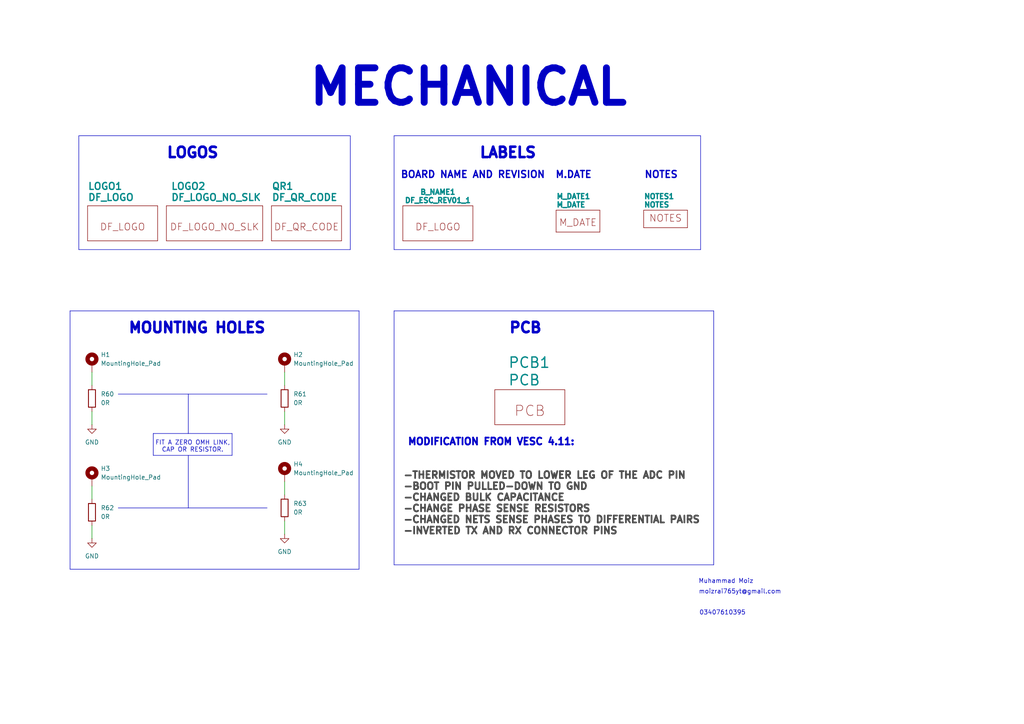
<source format=kicad_sch>
(kicad_sch (version 20231120) (generator "eeschema") (generator_version "8.0")
  (paper "A4")
  (title_block (title "MECHANICAL") (date "2025-02-03") (rev "rev01_1") (company "coVenture"))
  (lib_symbols
    (symbol "Device:R" (pin_numbers hide) (pin_names (offset 0))
      (property "Reference" "R" (at 2.032 0 90))
      (property "Value" "R" (at 0 0 90))
      (symbol "R_0_1"
        (rectangle (start -1.016 -2.54) (end 1.016 2.54) (stroke (width 0.254)))
      )
      (symbol "R_1_1"
        (pin passive line (at 0 3.81 270) (length 1.27) (name "~") (number "1"))
        (pin passive line (at 0 -3.81 90) (length 1.27) (name "~") (number "2"))
      )
    )
    (symbol "Mechanical:MountingHole_Pad" (pin_numbers hide) (pin_names (offset 1.016) hide) (exclude_from_sim yes) (in_bom no)
      (property "Reference" "H" (at 0 6.35 0))
      (property "Value" "MountingHole_Pad" (at 0 4.445 0))
      (symbol "MountingHole_Pad_0_1"
        (circle (center 0 1.27) (radius 1.27) (stroke (width 1.27)))
      )
      (symbol "MountingHole_Pad_1_1"
        (pin input line (at 0 -2.54 90) (length 2.54) (name "1") (number "1"))
      )
    )
    (symbol "power:GND" (power) (pin_numbers hide) (pin_names (offset 0) hide)
      (property "Value" "GND" (at 0 -3.81 0))
      (symbol "GND_0_1"
        (polyline (pts (xy 0 0) (xy 0 -1.27) (xy 1.27 -1.27) (xy 0 -2.54) (xy -1.27 -1.27) (xy 0 -1.27)))
      )
      (symbol "GND_1_1"
        (pin power_in line (at 0 0 270) (length 0) (name "~") (number "1"))
      )
    )
  )
  (polyline (pts (xy 114.3 39.37) (xy 203.2 39.37)))
  (polyline (pts (xy 34.29 147.32) (xy 77.47 147.32)))
  (polyline (pts (xy 207.01 163.83) (xy 207.01 90.17)))
  (polyline (pts (xy 186.69 66.04) (xy 199.39 66.04)) (stroke (width 0) (color 132 0 0 1)))
  (polyline (pts (xy 116.84 59.69) (xy 137.16 59.69)) (stroke (width 0) (color 132 0 0 1)))
  (polyline (pts (xy 20.32 165.1) (xy 104.14 165.1)))
  (polyline (pts (xy 137.16 69.85) (xy 137.16 59.69)) (stroke (width 0) (color 132 0 0 1)))
  (polyline (pts (xy 22.86 39.37) (xy 22.86 72.39)))
  (polyline (pts (xy 186.69 60.96) (xy 186.69 66.04)) (stroke (width 0) (color 132 0 0 1)))
  (polyline (pts (xy 25.4 59.69) (xy 45.72 59.69)) (stroke (width 0) (color 132 0 0 1)))
  (wire (pts (xy 82.55 139.7) (xy 82.55 143.51)))
  (polyline (pts (xy 161.29 67.31) (xy 173.99 67.31)) (stroke (width 0) (color 132 0 0 1)))
  (polyline (pts (xy 161.29 60.96) (xy 173.99 60.96)) (stroke (width 0) (color 132 0 0 1)))
  (polyline (pts (xy 114.3 72.39) (xy 203.2 72.39)))
  (polyline (pts (xy 25.4 59.69) (xy 25.4 69.85)) (stroke (width 0) (color 132 0 0 1)))
  (polyline (pts (xy 101.6 72.39) (xy 101.6 39.37)))
  (polyline (pts (xy 114.3 39.37) (xy 114.3 72.39)))
  (wire (pts (xy 82.55 151.13) (xy 82.55 154.94)))
  (polyline (pts (xy 78.74 59.69) (xy 78.74 69.85)) (stroke (width 0) (color 132 0 0 1)))
  (wire (pts (xy 26.67 140.97) (xy 26.67 144.78)))
  (wire (pts (xy 82.55 107.95) (xy 82.55 111.76)))
  (polyline (pts (xy 199.39 66.04) (xy 199.39 60.96)) (stroke (width 0) (color 132 0 0 1)))
  (polyline (pts (xy 44.45 125.73) (xy 44.45 132.08)))
  (polyline (pts (xy 48.26 59.69) (xy 48.26 69.85)) (stroke (width 0) (color 132 0 0 1)))
  (polyline (pts (xy 54.61 114.3) (xy 54.61 125.73)))
  (polyline (pts (xy 143.51 113.03) (xy 163.83 113.03)) (stroke (width 0) (color 132 0 0 1)))
  (polyline (pts (xy 34.29 114.3) (xy 77.47 114.3)))
  (polyline (pts (xy 114.3 90.17) (xy 207.01 90.17)))
  (polyline (pts (xy 48.26 59.69) (xy 76.2 59.69)) (stroke (width 0) (color 132 0 0 1)))
  (polyline (pts (xy 54.61 132.08) (xy 54.61 147.32)))
  (wire (pts (xy 26.67 152.4) (xy 26.67 156.21)))
  (polyline (pts (xy 22.86 72.39) (xy 101.6 72.39)))
  (polyline (pts (xy 44.45 125.73) (xy 67.31 125.73)))
  (polyline (pts (xy 22.86 39.37) (xy 101.6 39.37)))
  (wire (pts (xy 26.67 119.38) (xy 26.67 123.19)))
  (polyline (pts (xy 99.06 69.85) (xy 99.06 59.69)) (stroke (width 0) (color 132 0 0 1)))
  (polyline (pts (xy 76.2 69.85) (xy 76.2 59.69)) (stroke (width 0) (color 132 0 0 1)))
  (polyline (pts (xy 114.3 90.17) (xy 114.3 163.83)))
  (polyline (pts (xy 143.51 113.03) (xy 143.51 123.19)) (stroke (width 0) (color 132 0 0 1)))
  (polyline (pts (xy 25.4 69.85) (xy 45.72 69.85)) (stroke (width 0) (color 132 0 0 1)))
  (polyline (pts (xy 67.31 132.08) (xy 67.31 125.73)))
  (polyline (pts (xy 116.84 69.85) (xy 137.16 69.85)) (stroke (width 0) (color 132 0 0 1)))
  (polyline (pts (xy 45.72 69.85) (xy 45.72 59.69)) (stroke (width 0) (color 132 0 0 1)))
  (polyline (pts (xy 161.29 60.96) (xy 161.29 67.31)) (stroke (width 0) (color 132 0 0 1)))
  (polyline (pts (xy 104.14 165.1) (xy 104.14 90.17)))
  (polyline (pts (xy 44.45 132.08) (xy 67.31 132.08)))
  (polyline (pts (xy 203.2 72.39) (xy 203.2 39.37)))
  (wire (pts (xy 82.55 119.38) (xy 82.55 123.19)))
  (polyline (pts (xy 78.74 69.85) (xy 99.06 69.85)) (stroke (width 0) (color 132 0 0 1)))
  (polyline (pts (xy 143.51 123.19) (xy 163.83 123.19)) (stroke (width 0) (color 132 0 0 1)))
  (polyline (pts (xy 48.26 69.85) (xy 76.2 69.85)) (stroke (width 0) (color 132 0 0 1)))
  (wire (pts (xy 26.67 107.95) (xy 26.67 111.76)))
  (polyline (pts (xy 20.32 90.17) (xy 20.32 165.1)))
  (polyline (pts (xy 163.83 123.19) (xy 163.83 113.03)) (stroke (width 0) (color 132 0 0 1)))
  (polyline (pts (xy 116.84 59.69) (xy 116.84 69.85)) (stroke (width 0) (color 132 0 0 1)))
  (polyline (pts (xy 78.74 59.69) (xy 99.06 59.69)) (stroke (width 0) (color 132 0 0 1)))
  (polyline (pts (xy 20.32 90.17) (xy 104.14 90.17)))
  (polyline (pts (xy 186.69 60.96) (xy 199.39 60.96)) (stroke (width 0) (color 132 0 0 1)))
  (polyline (pts (xy 173.99 67.31) (xy 173.99 60.96)) (stroke (width 0) (color 132 0 0 1)))
  (polyline (pts (xy 114.3 163.83) (xy 207.01 163.83)))
  (text "LOGOS" (at 55.88 44.45 0) (effects (font (size 3 3) (thickness 2) (bold yes))))
  (text "PCB" (at 153.67 119.38 0) (effects (font (size 3 3) (thickness 0.125))))
  (text "-THERMISTOR MOVED TO LOWER LEG OF THE ADC PIN\n-BOOT PIN PULLED-DOWN TO GND\n-CHANGED BULK CAPACITANCE\n-CHANGE PHASE SENSE RESISTORS\n-CHANGED NETS SENSE PHASES TO DIFFERENTIAL PAIRS\n-INVERTED TX AND RX CONNECTOR PINS" (at 116.84 146.05 0) (effects (font (size 2 2) (thickness 0.6) (bold yes)) (justify left)))
  (text "PCB" (at 152.4 95.25 0) (effects (font (size 3 3) (thickness 2) (bold yes))))
  (text "FIT A ZERO OMH LINK,\nCAP OR RESISTOR." (at 55.88 129.54 0) (effects (font (size 1.27 1.27))))
  (text "M_DATE" (at 167.64 64.77 0) (effects (font (size 2 2) (thickness 0.125))))
  (text "QR1\nDF_QR_CODE" (at 78.74 55.88 0) (effects (font (size 2 2) (thickness 0.375)) (justify left)))
  (text "PCB" (at 147.32 110.49 0) (effects (font (size 3 3) (thickness 0.375)) (justify left)))
  (text "DF_LOGO" (at 127 66.04 0) (effects (font (size 2 2) (thickness 0.125))))
  (text "LOGO1\nDF_LOGO" (at 25.4 55.88 0) (effects (font (size 2 2) (thickness 0.375)) (justify left)))
  (text "B_NAME1\nDF_ESC_REV01_1" (at 127 57.15 0) (effects (font (size 1.5 1.5) (thickness 0.375))))
  (text "PCB1" (at 147.32 105.41 0) (effects (font (size 3 3) (thickness 0.375)) (justify left)))
  (text "MOUNTING HOLES" (at 57.15 95.25 0) (effects (font (size 3 3) (thickness 2) (bold yes))))
  (text "Muhammad Moiz\n" (at 210.566 168.656 0) (effects (font (size 1.27 1.27))))
  (text "DF_LOGO" (at 35.56 66.04 0) (effects (font (size 2 2) (thickness 0.125))))
  (text "MECHANICAL" (at 135.89 25.4 0) (effects (font (size 10 10) (thickness 2) (bold yes))))
  (text "NOTES" (at 193.04 63.5 0) (effects (font (size 2 2) (thickness 0.125))))
  (text "moizrai765yt@gmail.com\n" (at 214.63 171.704 0) (effects (font (size 1.27 1.27))))
  (text "LOGO2\nDF_LOGO_NO_SLK" (at 49.53 55.88 0) (effects (font (size 2 2) (thickness 0.375)) (justify left)))
  (text "MODIFICATION FROM VESC 4.11:" (at 118.11 128.27 0) (effects (font (size 2 2) (thickness 0.6) (bold yes)) (justify left)))
  (text "BOARD NAME AND REVISION" (at 137.16 50.8 0) (effects (font (size 2 2) (thickness 0.4) (bold yes))))
  (text "03407610395\n" (at 209.55 177.8 0) (effects (font (size 1.27 1.27))))
  (text "DF_LOGO_NO_SLK" (at 62.23 66.04 0) (effects (font (size 2 2) (thickness 0.125))))
  (text "M.DATE" (at 166.37 50.8 0) (effects (font (size 2 2) (thickness 0.4) (bold yes))))
  (text "M_DATE1\nM_DATE" (at 161.29 58.42 0) (effects (font (size 1.5 1.5) (thickness 0.375)) (justify left)))
  (text "NOTES1\nNOTES" (at 186.69 58.42 0) (effects (font (size 1.5 1.5) (thickness 0.375)) (justify left)))
  (text "DF_QR_CODE" (at 88.9 66.04 0) (effects (font (size 2 2) (thickness 0.125))))
  (text "NOTES" (at 191.77 50.8 0) (effects (font (size 2 2) (thickness 0.4) (bold yes))))
  (text "LABELS" (at 147.32 44.45 0) (effects (font (size 3 3) (thickness 2) (bold yes))))
  (symbol (lib_id "Mechanical:MountingHole_Pad") (at 26.67 105.41 0) (unit 1) (exclude_from_sim yes) (in_bom no)
    (property "Reference" "H1" (at 29.21 102.8699 0) (effects (justify left)))
    (property "Value" "MountingHole_Pad" (at 29.21 105.4099 0) (effects (justify left)))
    (property "Footprint" "MountingHole:MountingHole_2.2mm_M2_DIN965_Pad" (effects (hide yes)))
    (property "Description" "Mounting Hole with connection" (effects (hide yes)))
  )
  (symbol (lib_id "power:GND") (at 26.67 156.21 0) (unit 1)
    (property "Reference" "#PWR0104" (effects (hide yes)))
    (property "Value" "GND" (at 26.67 161.29 0))
    (property "Description" "Power symbol creates a global label with name \"GND\" , ground" (effects (hide yes)))
  )
  (symbol (lib_id "power:GND") (at 82.55 123.19 0) (unit 1)
    (property "Reference" "#PWR0103" (effects (hide yes)))
    (property "Value" "GND" (at 82.55 128.27 0))
    (property "Description" "Power symbol creates a global label with name \"GND\" , ground" (effects (hide yes)))
  )
  (symbol (lib_id "Mechanical:MountingHole_Pad") (at 82.55 137.16 0) (unit 1) (exclude_from_sim yes) (in_bom no)
    (property "Reference" "H4" (at 85.09 134.6199 0) (effects (justify left)))
    (property "Value" "MountingHole_Pad" (at 85.09 137.1599 0) (effects (justify left)))
    (property "Footprint" "MountingHole:MountingHole_2.2mm_M2_DIN965_Pad" (effects (hide yes)))
    (property "Description" "Mounting Hole with connection" (effects (hide yes)))
  )
  (symbol (lib_id "Mechanical:MountingHole_Pad") (at 26.67 138.43 0) (unit 1) (exclude_from_sim yes) (in_bom no)
    (property "Reference" "H3" (at 29.21 135.8899 0) (effects (justify left)))
    (property "Value" "MountingHole_Pad" (at 29.21 138.4299 0) (effects (justify left)))
    (property "Footprint" "MountingHole:MountingHole_2.2mm_M2_DIN965_Pad" (effects (hide yes)))
    (property "Description" "Mounting Hole with connection" (effects (hide yes)))
  )
  (symbol (lib_id "Device:R") (at 82.55 147.32 0) (unit 1)
    (property "Reference" "R63" (at 85.09 146.0499 0) (effects (justify left)))
    (property "Value" "0R" (at 85.09 148.5899 0) (effects (justify left)))
    (property "Footprint" "Resistor_SMD:R_0201_0603Metric" (effects (hide yes)))
    (property "Description" "Resistor" (effects (hide yes)))
  )
  (symbol (lib_id "Mechanical:MountingHole_Pad") (at 82.55 105.41 0) (unit 1) (exclude_from_sim yes) (in_bom no)
    (property "Reference" "H2" (at 85.09 102.8699 0) (effects (justify left)))
    (property "Value" "MountingHole_Pad" (at 85.09 105.4099 0) (effects (justify left)))
    (property "Footprint" "MountingHole:MountingHole_2.2mm_M2_DIN965_Pad" (effects (hide yes)))
    (property "Description" "Mounting Hole with connection" (effects (hide yes)))
  )
  (symbol (lib_id "Device:R") (at 26.67 115.57 0) (unit 1)
    (property "Reference" "R60" (at 29.21 114.2999 0) (effects (justify left)))
    (property "Value" "0R" (at 29.21 116.8399 0) (effects (justify left)))
    (property "Footprint" "Resistor_SMD:R_0201_0603Metric" (effects (hide yes)))
    (property "Description" "Resistor" (effects (hide yes)))
  )
  (symbol (lib_id "Device:R") (at 26.67 148.59 0) (unit 1)
    (property "Reference" "R62" (at 29.21 147.3199 0) (effects (justify left)))
    (property "Value" "0R" (at 29.21 149.8599 0) (effects (justify left)))
    (property "Footprint" "Resistor_SMD:R_0201_0603Metric" (effects (hide yes)))
    (property "Description" "Resistor" (effects (hide yes)))
  )
  (symbol (lib_id "power:GND") (at 26.67 123.19 0) (unit 1)
    (property "Reference" "#PWR0102" (effects (hide yes)))
    (property "Value" "GND" (at 26.67 128.27 0))
    (property "Description" "Power symbol creates a global label with name \"GND\" , ground" (effects (hide yes)))
  )
  (symbol (lib_id "Device:R") (at 82.55 115.57 0) (unit 1)
    (property "Reference" "R61" (at 85.09 114.2999 0) (effects (justify left)))
    (property "Value" "0R" (at 85.09 116.8399 0) (effects (justify left)))
    (property "Footprint" "Resistor_SMD:R_0201_0603Metric" (effects (hide yes)))
    (property "Description" "Resistor" (effects (hide yes)))
  )
  (symbol (lib_id "power:GND") (at 82.55 154.94 0) (unit 1)
    (property "Reference" "#PWR0105" (effects (hide yes)))
    (property "Value" "GND" (at 82.55 160.02 0))
    (property "Description" "Power symbol creates a global label with name \"GND\" , ground" (effects (hide yes)))
  )
)
</source>
